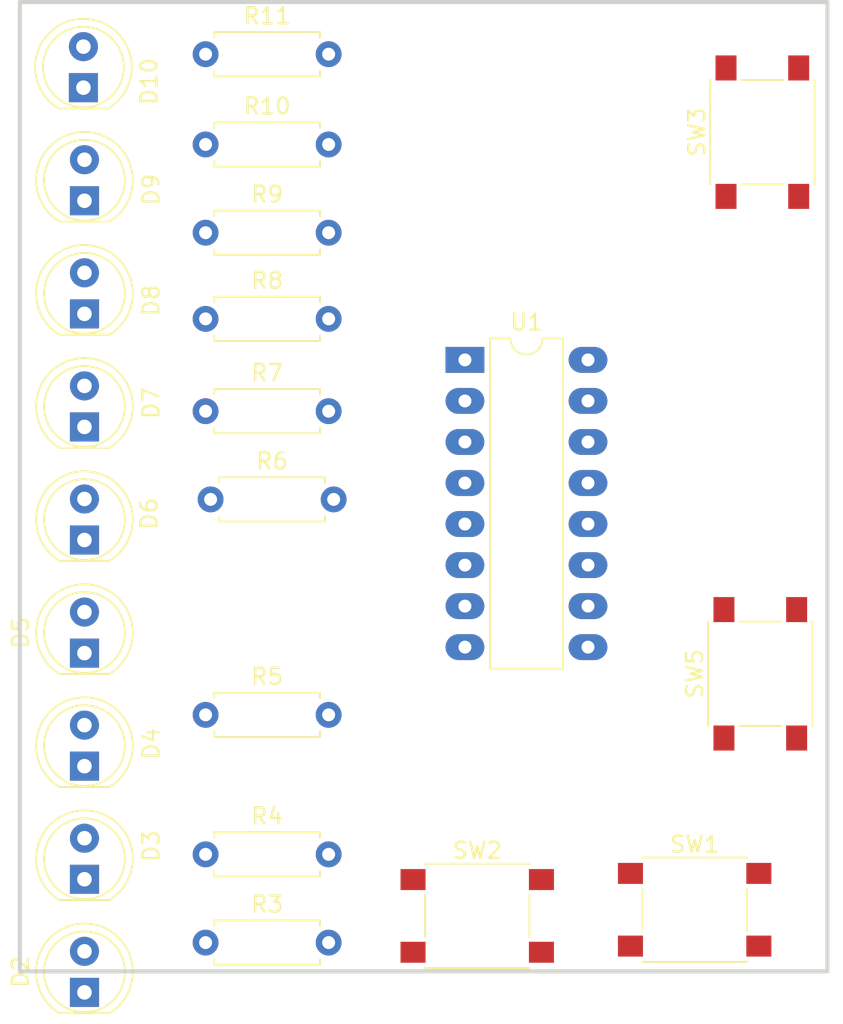
<source format=kicad_pcb>
(kicad_pcb (version 20171130) (host pcbnew 5.1.1-8be2ce7~80~ubuntu18.04.1)

  (general
    (thickness 1.6)
    (drawings 4)
    (tracks 0)
    (zones 0)
    (modules 23)
    (nets 27)
  )

  (page A4)
  (layers
    (0 F.Cu signal)
    (31 B.Cu signal)
    (32 B.Adhes user)
    (33 F.Adhes user)
    (34 B.Paste user)
    (35 F.Paste user)
    (36 B.SilkS user)
    (37 F.SilkS user)
    (38 B.Mask user)
    (39 F.Mask user)
    (40 Dwgs.User user)
    (41 Cmts.User user)
    (42 Eco1.User user)
    (43 Eco2.User user)
    (44 Edge.Cuts user)
    (45 Margin user)
    (46 B.CrtYd user)
    (47 F.CrtYd user)
    (48 B.Fab user)
    (49 F.Fab user)
  )

  (setup
    (last_trace_width 0.25)
    (trace_clearance 0.2)
    (zone_clearance 0.508)
    (zone_45_only no)
    (trace_min 0.2)
    (via_size 0.8)
    (via_drill 0.4)
    (via_min_size 0.4)
    (via_min_drill 0.3)
    (uvia_size 0.3)
    (uvia_drill 0.1)
    (uvias_allowed no)
    (uvia_min_size 0.2)
    (uvia_min_drill 0.1)
    (edge_width 0.05)
    (segment_width 0.2)
    (pcb_text_width 0.3)
    (pcb_text_size 1.5 1.5)
    (mod_edge_width 0.12)
    (mod_text_size 1 1)
    (mod_text_width 0.15)
    (pad_size 1.8 1.8)
    (pad_drill 0.9)
    (pad_to_mask_clearance 0.051)
    (solder_mask_min_width 0.25)
    (aux_axis_origin 0 0)
    (visible_elements FFFFFF7F)
    (pcbplotparams
      (layerselection 0x010fc_ffffffff)
      (usegerberextensions false)
      (usegerberattributes false)
      (usegerberadvancedattributes false)
      (creategerberjobfile false)
      (excludeedgelayer true)
      (linewidth 0.100000)
      (plotframeref false)
      (viasonmask false)
      (mode 1)
      (useauxorigin false)
      (hpglpennumber 1)
      (hpglpenspeed 20)
      (hpglpendiameter 15.000000)
      (psnegative false)
      (psa4output false)
      (plotreference true)
      (plotvalue true)
      (plotinvisibletext false)
      (padsonsilk false)
      (subtractmaskfromsilk false)
      (outputformat 1)
      (mirror false)
      (drillshape 1)
      (scaleselection 1)
      (outputdirectory ""))
  )

  (net 0 "")
  (net 1 GND)
  (net 2 "Net-(D2-Pad2)")
  (net 3 "Net-(D3-Pad2)")
  (net 4 "Net-(D4-Pad2)")
  (net 5 "Net-(D5-Pad2)")
  (net 6 "Net-(D6-Pad2)")
  (net 7 "Net-(D7-Pad2)")
  (net 8 "Net-(D8-Pad2)")
  (net 9 "Net-(D9-Pad2)")
  (net 10 "Net-(D10-Pad2)")
  (net 11 "Net-(R3-Pad2)")
  (net 12 "Net-(R4-Pad2)")
  (net 13 "Net-(R5-Pad2)")
  (net 14 "Net-(R6-Pad2)")
  (net 15 "Net-(R7-Pad2)")
  (net 16 "Net-(R8-Pad2)")
  (net 17 "Net-(R9-Pad2)")
  (net 18 "Net-(R10-Pad2)")
  (net 19 "Net-(R11-Pad2)")
  (net 20 "Net-(SW2-Pad2)")
  (net 21 VCC)
  (net 22 "Net-(SW3-Pad2)")
  (net 23 "Net-(SW5-Pad2)")
  (net 24 "Net-(U1-Pad11)")
  (net 25 "Net-(U1-Pad12)")
  (net 26 "Net-(U1-Pad10)")

  (net_class Default "This is the default net class."
    (clearance 0.2)
    (trace_width 0.25)
    (via_dia 0.8)
    (via_drill 0.4)
    (uvia_dia 0.3)
    (uvia_drill 0.1)
    (add_net GND)
    (add_net "Net-(D10-Pad2)")
    (add_net "Net-(D2-Pad2)")
    (add_net "Net-(D3-Pad2)")
    (add_net "Net-(D4-Pad2)")
    (add_net "Net-(D5-Pad2)")
    (add_net "Net-(D6-Pad2)")
    (add_net "Net-(D7-Pad2)")
    (add_net "Net-(D8-Pad2)")
    (add_net "Net-(D9-Pad2)")
    (add_net "Net-(R10-Pad2)")
    (add_net "Net-(R11-Pad2)")
    (add_net "Net-(R3-Pad2)")
    (add_net "Net-(R4-Pad2)")
    (add_net "Net-(R5-Pad2)")
    (add_net "Net-(R6-Pad2)")
    (add_net "Net-(R7-Pad2)")
    (add_net "Net-(R8-Pad2)")
    (add_net "Net-(R9-Pad2)")
    (add_net "Net-(SW2-Pad2)")
    (add_net "Net-(SW3-Pad2)")
    (add_net "Net-(SW5-Pad2)")
    (add_net "Net-(U1-Pad10)")
    (add_net "Net-(U1-Pad11)")
    (add_net "Net-(U1-Pad12)")
    (add_net VCC)
  )

  (module LED_THT:LED_D5.0mm_Clear (layer F.Cu) (tedit 5A6C9BC0) (tstamp 5CB896C2)
    (at 131 104.3 90)
    (descr "LED, diameter 5.0mm, 2 pins, http://cdn-reichelt.de/documents/datenblatt/A500/LL-504BC2E-009.pdf")
    (tags "LED diameter 5.0mm 2 pins")
    (path /5CB75649)
    (fp_text reference D2 (at 1.27 -3.96 90) (layer F.SilkS)
      (effects (font (size 1 1) (thickness 0.15)))
    )
    (fp_text value LED (at 1.27 3.96 90) (layer F.Fab)
      (effects (font (size 1 1) (thickness 0.15)))
    )
    (fp_arc (start 1.27 0) (end -1.29 1.54483) (angle -148.9) (layer F.SilkS) (width 0.12))
    (fp_arc (start 1.27 0) (end -1.29 -1.54483) (angle 148.9) (layer F.SilkS) (width 0.12))
    (fp_arc (start 1.27 0) (end -1.23 -1.469694) (angle 299.1) (layer F.Fab) (width 0.1))
    (fp_circle (center 1.27 0) (end 3.77 0) (layer F.SilkS) (width 0.12))
    (fp_circle (center 1.27 0) (end 3.77 0) (layer F.Fab) (width 0.1))
    (fp_line (start 4.5 -3.25) (end -1.95 -3.25) (layer F.CrtYd) (width 0.05))
    (fp_line (start 4.5 3.25) (end 4.5 -3.25) (layer F.CrtYd) (width 0.05))
    (fp_line (start -1.95 3.25) (end 4.5 3.25) (layer F.CrtYd) (width 0.05))
    (fp_line (start -1.95 -3.25) (end -1.95 3.25) (layer F.CrtYd) (width 0.05))
    (fp_line (start -1.29 -1.545) (end -1.29 1.545) (layer F.SilkS) (width 0.12))
    (fp_line (start -1.23 -1.469694) (end -1.23 1.469694) (layer F.Fab) (width 0.1))
    (fp_text user %R (at 33.256 -3.112 90) (layer F.Fab)
      (effects (font (size 0.8 0.8) (thickness 0.2)))
    )
    (pad 2 thru_hole circle (at 2.54 0 90) (size 1.8 1.8) (drill 0.9) (layers *.Cu *.Mask)
      (net 2 "Net-(D2-Pad2)"))
    (pad 1 thru_hole rect (at 0 0 90) (size 1.8 1.8) (drill 0.9) (layers *.Cu *.Mask)
      (net 1 GND))
    (model ${KISYS3DMOD}/LED_THT.3dshapes/LED_D5.0mm_Clear.wrl
      (at (xyz 0 0 0))
      (scale (xyz 1 1 1))
      (rotate (xyz 0 0 0))
    )
  )

  (module LED_THT:LED_D5.0mm_Clear (layer F.Cu) (tedit 5A6C9BC0) (tstamp 5CB8ABEE)
    (at 131 97.3 90)
    (descr "LED, diameter 5.0mm, 2 pins, http://cdn-reichelt.de/documents/datenblatt/A500/LL-504BC2E-009.pdf")
    (tags "LED diameter 5.0mm 2 pins")
    (path /5CB75C6D)
    (fp_text reference D3 (at 2.05 4.128 90) (layer F.SilkS)
      (effects (font (size 1 1) (thickness 0.15)))
    )
    (fp_text value LED (at 3.447 -4.381 90) (layer F.Fab)
      (effects (font (size 1 1) (thickness 0.15)))
    )
    (fp_text user %R (at 1.25 0 90) (layer F.Fab)
      (effects (font (size 0.8 0.8) (thickness 0.2)))
    )
    (fp_line (start -1.23 -1.469694) (end -1.23 1.469694) (layer F.Fab) (width 0.1))
    (fp_line (start -1.29 -1.545) (end -1.29 1.545) (layer F.SilkS) (width 0.12))
    (fp_line (start -1.95 -3.25) (end -1.95 3.25) (layer F.CrtYd) (width 0.05))
    (fp_line (start -1.95 3.25) (end 4.5 3.25) (layer F.CrtYd) (width 0.05))
    (fp_line (start 4.5 3.25) (end 4.5 -3.25) (layer F.CrtYd) (width 0.05))
    (fp_line (start 4.5 -3.25) (end -1.95 -3.25) (layer F.CrtYd) (width 0.05))
    (fp_circle (center 1.27 0) (end 3.77 0) (layer F.Fab) (width 0.1))
    (fp_circle (center 1.27 0) (end 3.77 0) (layer F.SilkS) (width 0.12))
    (fp_arc (start 1.27 0) (end -1.23 -1.469694) (angle 299.1) (layer F.Fab) (width 0.1))
    (fp_arc (start 1.27 0) (end -1.29 -1.54483) (angle 148.9) (layer F.SilkS) (width 0.12))
    (fp_arc (start 1.27 0) (end -1.29 1.54483) (angle -148.9) (layer F.SilkS) (width 0.12))
    (pad 1 thru_hole rect (at 0 0 90) (size 1.8 1.8) (drill 0.9) (layers *.Cu *.Mask)
      (net 1 GND))
    (pad 2 thru_hole circle (at 2.54 0 90) (size 1.8 1.8) (drill 0.9) (layers *.Cu *.Mask)
      (net 3 "Net-(D3-Pad2)"))
    (model ${KISYS3DMOD}/LED_THT.3dshapes/LED_D5.0mm_Clear.wrl
      (at (xyz 0 0 0))
      (scale (xyz 1 1 1))
      (rotate (xyz 0 0 0))
    )
  )

  (module LED_THT:LED_D5.0mm_Clear (layer F.Cu) (tedit 5A6C9BC0) (tstamp 5CB896E6)
    (at 131 90.3 90)
    (descr "LED, diameter 5.0mm, 2 pins, http://cdn-reichelt.de/documents/datenblatt/A500/LL-504BC2E-009.pdf")
    (tags "LED diameter 5.0mm 2 pins")
    (path /5CB75FF8)
    (fp_text reference D4 (at 1.4 4.128 90) (layer F.SilkS)
      (effects (font (size 1 1) (thickness 0.15)))
    )
    (fp_text value LED (at 1.908 -4.254 90) (layer F.Fab)
      (effects (font (size 1 1) (thickness 0.15)))
    )
    (fp_arc (start 1.27 0) (end -1.29 1.54483) (angle -148.9) (layer F.SilkS) (width 0.12))
    (fp_arc (start 1.27 0) (end -1.29 -1.54483) (angle 148.9) (layer F.SilkS) (width 0.12))
    (fp_arc (start 1.27 0) (end -1.23 -1.469694) (angle 299.1) (layer F.Fab) (width 0.1))
    (fp_circle (center 1.27 0) (end 3.77 0) (layer F.SilkS) (width 0.12))
    (fp_circle (center 1.27 0) (end 3.77 0) (layer F.Fab) (width 0.1))
    (fp_line (start 4.5 -3.25) (end -1.95 -3.25) (layer F.CrtYd) (width 0.05))
    (fp_line (start 4.5 3.25) (end 4.5 -3.25) (layer F.CrtYd) (width 0.05))
    (fp_line (start -1.95 3.25) (end 4.5 3.25) (layer F.CrtYd) (width 0.05))
    (fp_line (start -1.95 -3.25) (end -1.95 3.25) (layer F.CrtYd) (width 0.05))
    (fp_line (start -1.29 -1.545) (end -1.29 1.545) (layer F.SilkS) (width 0.12))
    (fp_line (start -1.23 -1.469694) (end -1.23 1.469694) (layer F.Fab) (width 0.1))
    (fp_text user %R (at 1.25 0 90) (layer F.Fab)
      (effects (font (size 0.8 0.8) (thickness 0.2)))
    )
    (pad 2 thru_hole circle (at 2.54 0 90) (size 1.8 1.8) (drill 0.9) (layers *.Cu *.Mask)
      (net 4 "Net-(D4-Pad2)"))
    (pad 1 thru_hole rect (at 0 0 90) (size 1.8 1.8) (drill 0.9) (layers *.Cu *.Mask)
      (net 1 GND))
    (model ${KISYS3DMOD}/LED_THT.3dshapes/LED_D5.0mm_Clear.wrl
      (at (xyz 0 0 0))
      (scale (xyz 1 1 1))
      (rotate (xyz 0 0 0))
    )
  )

  (module LED_THT:LED_D5.0mm_Clear (layer F.Cu) (tedit 5A6C9BC0) (tstamp 5CB896F8)
    (at 131 83.3 90)
    (descr "LED, diameter 5.0mm, 2 pins, http://cdn-reichelt.de/documents/datenblatt/A500/LL-504BC2E-009.pdf")
    (tags "LED diameter 5.0mm 2 pins")
    (path /5CB762B4)
    (fp_text reference D5 (at 1.27 -3.96 90) (layer F.SilkS)
      (effects (font (size 1 1) (thickness 0.15)))
    )
    (fp_text value LED (at 1.27 3.96 90) (layer F.Fab)
      (effects (font (size 1 1) (thickness 0.15)))
    )
    (fp_text user %R (at 1.25 0 90) (layer F.Fab)
      (effects (font (size 0.8 0.8) (thickness 0.2)))
    )
    (fp_line (start -1.23 -1.469694) (end -1.23 1.469694) (layer F.Fab) (width 0.1))
    (fp_line (start -1.29 -1.545) (end -1.29 1.545) (layer F.SilkS) (width 0.12))
    (fp_line (start -1.95 -3.25) (end -1.95 3.25) (layer F.CrtYd) (width 0.05))
    (fp_line (start -1.95 3.25) (end 4.5 3.25) (layer F.CrtYd) (width 0.05))
    (fp_line (start 4.5 3.25) (end 4.5 -3.25) (layer F.CrtYd) (width 0.05))
    (fp_line (start 4.5 -3.25) (end -1.95 -3.25) (layer F.CrtYd) (width 0.05))
    (fp_circle (center 1.27 0) (end 3.77 0) (layer F.Fab) (width 0.1))
    (fp_circle (center 1.27 0) (end 3.77 0) (layer F.SilkS) (width 0.12))
    (fp_arc (start 1.27 0) (end -1.23 -1.469694) (angle 299.1) (layer F.Fab) (width 0.1))
    (fp_arc (start 1.27 0) (end -1.29 -1.54483) (angle 148.9) (layer F.SilkS) (width 0.12))
    (fp_arc (start 1.27 0) (end -1.29 1.54483) (angle -148.9) (layer F.SilkS) (width 0.12))
    (pad 1 thru_hole rect (at 0 0 90) (size 1.8 1.8) (drill 0.9) (layers *.Cu *.Mask)
      (net 1 GND))
    (pad 2 thru_hole circle (at 2.54 0 90) (size 1.8 1.8) (drill 0.9) (layers *.Cu *.Mask)
      (net 5 "Net-(D5-Pad2)"))
    (model ${KISYS3DMOD}/LED_THT.3dshapes/LED_D5.0mm_Clear.wrl
      (at (xyz 0 0 0))
      (scale (xyz 1 1 1))
      (rotate (xyz 0 0 0))
    )
  )

  (module LED_THT:LED_D5.0mm_Clear (layer F.Cu) (tedit 5A6C9BC0) (tstamp 5CB8970A)
    (at 131 76.3 90)
    (descr "LED, diameter 5.0mm, 2 pins, http://cdn-reichelt.de/documents/datenblatt/A500/LL-504BC2E-009.pdf")
    (tags "LED diameter 5.0mm 2 pins")
    (path /5CB76667)
    (fp_text reference D6 (at 1.624 4.001 90) (layer F.SilkS)
      (effects (font (size 1 1) (thickness 0.15)))
    )
    (fp_text value LED (at 3.402 -4.127 90) (layer F.Fab)
      (effects (font (size 1 1) (thickness 0.15)))
    )
    (fp_arc (start 1.27 0) (end -1.29 1.54483) (angle -148.9) (layer F.SilkS) (width 0.12))
    (fp_arc (start 1.27 0) (end -1.29 -1.54483) (angle 148.9) (layer F.SilkS) (width 0.12))
    (fp_arc (start 1.27 0) (end -1.23 -1.469694) (angle 299.1) (layer F.Fab) (width 0.1))
    (fp_circle (center 1.27 0) (end 3.77 0) (layer F.SilkS) (width 0.12))
    (fp_circle (center 1.27 0) (end 3.77 0) (layer F.Fab) (width 0.1))
    (fp_line (start 4.5 -3.25) (end -1.95 -3.25) (layer F.CrtYd) (width 0.05))
    (fp_line (start 4.5 3.25) (end 4.5 -3.25) (layer F.CrtYd) (width 0.05))
    (fp_line (start -1.95 3.25) (end 4.5 3.25) (layer F.CrtYd) (width 0.05))
    (fp_line (start -1.95 -3.25) (end -1.95 3.25) (layer F.CrtYd) (width 0.05))
    (fp_line (start -1.29 -1.545) (end -1.29 1.545) (layer F.SilkS) (width 0.12))
    (fp_line (start -1.23 -1.469694) (end -1.23 1.469694) (layer F.Fab) (width 0.1))
    (fp_text user %R (at 1.25 0 90) (layer F.Fab)
      (effects (font (size 0.8 0.8) (thickness 0.2)))
    )
    (pad 2 thru_hole circle (at 2.54 0 90) (size 1.8 1.8) (drill 0.9) (layers *.Cu *.Mask)
      (net 6 "Net-(D6-Pad2)"))
    (pad 1 thru_hole rect (at 0 0 90) (size 1.8 1.8) (drill 0.9) (layers *.Cu *.Mask)
      (net 1 GND))
    (model ${KISYS3DMOD}/LED_THT.3dshapes/LED_D5.0mm_Clear.wrl
      (at (xyz 0 0 0))
      (scale (xyz 1 1 1))
      (rotate (xyz 0 0 0))
    )
  )

  (module LED_THT:LED_D5.0mm_Clear (layer F.Cu) (tedit 5A6C9BC0) (tstamp 5CB8971C)
    (at 131 69.3 90)
    (descr "LED, diameter 5.0mm, 2 pins, http://cdn-reichelt.de/documents/datenblatt/A500/LL-504BC2E-009.pdf")
    (tags "LED diameter 5.0mm 2 pins")
    (path /5CB769D2)
    (fp_text reference D7 (at 1.482 4.128 90) (layer F.SilkS)
      (effects (font (size 1 1) (thickness 0.15)))
    )
    (fp_text value LED (at 3.26 -4 90) (layer F.Fab)
      (effects (font (size 1 1) (thickness 0.15)))
    )
    (fp_text user %R (at 1.25 0 90) (layer F.Fab)
      (effects (font (size 0.8 0.8) (thickness 0.2)))
    )
    (fp_line (start -1.23 -1.469694) (end -1.23 1.469694) (layer F.Fab) (width 0.1))
    (fp_line (start -1.29 -1.545) (end -1.29 1.545) (layer F.SilkS) (width 0.12))
    (fp_line (start -1.95 -3.25) (end -1.95 3.25) (layer F.CrtYd) (width 0.05))
    (fp_line (start -1.95 3.25) (end 4.5 3.25) (layer F.CrtYd) (width 0.05))
    (fp_line (start 4.5 3.25) (end 4.5 -3.25) (layer F.CrtYd) (width 0.05))
    (fp_line (start 4.5 -3.25) (end -1.95 -3.25) (layer F.CrtYd) (width 0.05))
    (fp_circle (center 1.27 0) (end 3.77 0) (layer F.Fab) (width 0.1))
    (fp_circle (center 1.27 0) (end 3.77 0) (layer F.SilkS) (width 0.12))
    (fp_arc (start 1.27 0) (end -1.23 -1.469694) (angle 299.1) (layer F.Fab) (width 0.1))
    (fp_arc (start 1.27 0) (end -1.29 -1.54483) (angle 148.9) (layer F.SilkS) (width 0.12))
    (fp_arc (start 1.27 0) (end -1.29 1.54483) (angle -148.9) (layer F.SilkS) (width 0.12))
    (pad 1 thru_hole rect (at 0 0 90) (size 1.8 1.8) (drill 0.9) (layers *.Cu *.Mask)
      (net 1 GND))
    (pad 2 thru_hole circle (at 2.54 0 90) (size 1.8 1.8) (drill 0.9) (layers *.Cu *.Mask)
      (net 7 "Net-(D7-Pad2)"))
    (model ${KISYS3DMOD}/LED_THT.3dshapes/LED_D5.0mm_Clear.wrl
      (at (xyz 0 0 0))
      (scale (xyz 1 1 1))
      (rotate (xyz 0 0 0))
    )
  )

  (module LED_THT:LED_D5.0mm_Clear (layer F.Cu) (tedit 5A6C9BC0) (tstamp 5CB8972E)
    (at 131 62.3 90)
    (descr "LED, diameter 5.0mm, 2 pins, http://cdn-reichelt.de/documents/datenblatt/A500/LL-504BC2E-009.pdf")
    (tags "LED diameter 5.0mm 2 pins")
    (path /5CB76CDD)
    (fp_text reference D8 (at 0.832 4.128 90) (layer F.SilkS)
      (effects (font (size 1 1) (thickness 0.15)))
    )
    (fp_text value LED (at 1.848 -4 90) (layer F.Fab)
      (effects (font (size 1 1) (thickness 0.15)))
    )
    (fp_text user %R (at 1.25 0 90) (layer F.Fab)
      (effects (font (size 0.8 0.8) (thickness 0.2)))
    )
    (fp_line (start -1.23 -1.469694) (end -1.23 1.469694) (layer F.Fab) (width 0.1))
    (fp_line (start -1.29 -1.545) (end -1.29 1.545) (layer F.SilkS) (width 0.12))
    (fp_line (start -1.95 -3.25) (end -1.95 3.25) (layer F.CrtYd) (width 0.05))
    (fp_line (start -1.95 3.25) (end 4.5 3.25) (layer F.CrtYd) (width 0.05))
    (fp_line (start 4.5 3.25) (end 4.5 -3.25) (layer F.CrtYd) (width 0.05))
    (fp_line (start 4.5 -3.25) (end -1.95 -3.25) (layer F.CrtYd) (width 0.05))
    (fp_circle (center 1.27 0) (end 3.77 0) (layer F.Fab) (width 0.1))
    (fp_circle (center 1.27 0) (end 3.77 0) (layer F.SilkS) (width 0.12))
    (fp_arc (start 1.27 0) (end -1.23 -1.469694) (angle 299.1) (layer F.Fab) (width 0.1))
    (fp_arc (start 1.27 0) (end -1.29 -1.54483) (angle 148.9) (layer F.SilkS) (width 0.12))
    (fp_arc (start 1.27 0) (end -1.29 1.54483) (angle -148.9) (layer F.SilkS) (width 0.12))
    (pad 1 thru_hole rect (at 0 0 90) (size 1.8 1.8) (drill 0.9) (layers *.Cu *.Mask)
      (net 1 GND))
    (pad 2 thru_hole circle (at 2.54 0 90) (size 1.8 1.8) (drill 0.9) (layers *.Cu *.Mask)
      (net 8 "Net-(D8-Pad2)"))
    (model ${KISYS3DMOD}/LED_THT.3dshapes/LED_D5.0mm_Clear.wrl
      (at (xyz 0 0 0))
      (scale (xyz 1 1 1))
      (rotate (xyz 0 0 0))
    )
  )

  (module LED_THT:LED_D5.0mm_Clear (layer F.Cu) (tedit 5A6C9BC0) (tstamp 5CB89740)
    (at 131 55.3 90)
    (descr "LED, diameter 5.0mm, 2 pins, http://cdn-reichelt.de/documents/datenblatt/A500/LL-504BC2E-009.pdf")
    (tags "LED diameter 5.0mm 2 pins")
    (path /5CB770AF)
    (fp_text reference D9 (at 0.69 4.128 90) (layer F.SilkS)
      (effects (font (size 1 1) (thickness 0.15)))
    )
    (fp_text value LED (at 1.833 -4 90) (layer F.Fab)
      (effects (font (size 1 1) (thickness 0.15)))
    )
    (fp_arc (start 1.27 0) (end -1.29 1.54483) (angle -148.9) (layer F.SilkS) (width 0.12))
    (fp_arc (start 1.27 0) (end -1.29 -1.54483) (angle 148.9) (layer F.SilkS) (width 0.12))
    (fp_arc (start 1.27 0) (end -1.23 -1.469694) (angle 299.1) (layer F.Fab) (width 0.1))
    (fp_circle (center 1.27 0) (end 3.77 0) (layer F.SilkS) (width 0.12))
    (fp_circle (center 1.27 0) (end 3.77 0) (layer F.Fab) (width 0.1))
    (fp_line (start 4.5 -3.25) (end -1.95 -3.25) (layer F.CrtYd) (width 0.05))
    (fp_line (start 4.5 3.25) (end 4.5 -3.25) (layer F.CrtYd) (width 0.05))
    (fp_line (start -1.95 3.25) (end 4.5 3.25) (layer F.CrtYd) (width 0.05))
    (fp_line (start -1.95 -3.25) (end -1.95 3.25) (layer F.CrtYd) (width 0.05))
    (fp_line (start -1.29 -1.545) (end -1.29 1.545) (layer F.SilkS) (width 0.12))
    (fp_line (start -1.23 -1.469694) (end -1.23 1.469694) (layer F.Fab) (width 0.1))
    (fp_text user %R (at 1.25 0 90) (layer F.Fab)
      (effects (font (size 0.8 0.8) (thickness 0.2)))
    )
    (pad 2 thru_hole circle (at 2.54 0 90) (size 1.8 1.8) (drill 0.9) (layers *.Cu *.Mask)
      (net 9 "Net-(D9-Pad2)"))
    (pad 1 thru_hole rect (at 0 0 90) (size 1.8 1.8) (drill 0.9) (layers *.Cu *.Mask)
      (net 1 GND))
    (model ${KISYS3DMOD}/LED_THT.3dshapes/LED_D5.0mm_Clear.wrl
      (at (xyz 0 0 0))
      (scale (xyz 1 1 1))
      (rotate (xyz 0 0 0))
    )
  )

  (module LED_THT:LED_D5.0mm_Clear (layer F.Cu) (tedit 5CB85A3B) (tstamp 5CB89752)
    (at 130.937 48.3 90)
    (descr "LED, diameter 5.0mm, 2 pins, http://cdn-reichelt.de/documents/datenblatt/A500/LL-504BC2E-009.pdf")
    (tags "LED diameter 5.0mm 2 pins")
    (path /5CB8C1B7)
    (fp_text reference D10 (at 0.381 4.064 90) (layer F.SilkS)
      (effects (font (size 1 1) (thickness 0.15)))
    )
    (fp_text value LED (at 3.302 4.064 270) (layer F.Fab)
      (effects (font (size 1 1) (thickness 0.15)))
    )
    (fp_text user %R (at 1.25 0 90) (layer F.Fab)
      (effects (font (size 0.8 0.8) (thickness 0.2)))
    )
    (fp_line (start -1.23 -1.469694) (end -1.23 1.469694) (layer F.Fab) (width 0.1))
    (fp_line (start -1.29 -1.545) (end -1.29 1.545) (layer F.SilkS) (width 0.12))
    (fp_line (start -1.95 -3.25) (end -1.95 3.25) (layer F.CrtYd) (width 0.05))
    (fp_line (start -1.95 3.25) (end 4.5 3.25) (layer F.CrtYd) (width 0.05))
    (fp_line (start 4.5 3.25) (end 4.5 -3.25) (layer F.CrtYd) (width 0.05))
    (fp_line (start 4.5 -3.25) (end -1.95 -3.25) (layer F.CrtYd) (width 0.05))
    (fp_circle (center 1.27 0) (end 3.77 0) (layer F.Fab) (width 0.1))
    (fp_circle (center 1.27 0) (end 3.77 0) (layer F.SilkS) (width 0.12))
    (fp_arc (start 1.27 0) (end -1.23 -1.469694) (angle 299.1) (layer F.Fab) (width 0.1))
    (fp_arc (start 1.27 0) (end -1.29 -1.54483) (angle 148.9) (layer F.SilkS) (width 0.12))
    (fp_arc (start 1.27 0) (end -1.29 1.54483) (angle -148.9) (layer F.SilkS) (width 0.12))
    (pad 1 thru_hole rect (at 0 0 90) (size 1.8 1.8) (drill 0.9) (layers *.Cu *.Mask)
      (net 1 GND))
    (pad 2 thru_hole circle (at 2.54 0 90) (size 1.8 1.8) (drill 0.9) (layers *.Cu *.Mask)
      (net 10 "Net-(D10-Pad2)"))
    (model ${KISYS3DMOD}/LED_THT.3dshapes/LED_D5.0mm_Clear.wrl
      (at (xyz 0 0 0))
      (scale (xyz 1 1 1))
      (rotate (xyz 0 0 0))
    )
  )

  (module Resistor_THT:R_Axial_DIN0207_L6.3mm_D2.5mm_P7.62mm_Horizontal (layer F.Cu) (tedit 5AE5139B) (tstamp 5CB89797)
    (at 138.5 101.219)
    (descr "Resistor, Axial_DIN0207 series, Axial, Horizontal, pin pitch=7.62mm, 0.25W = 1/4W, length*diameter=6.3*2.5mm^2, http://cdn-reichelt.de/documents/datenblatt/B400/1_4W%23YAG.pdf")
    (tags "Resistor Axial_DIN0207 series Axial Horizontal pin pitch 7.62mm 0.25W = 1/4W length 6.3mm diameter 2.5mm")
    (path /5CB73AC9)
    (fp_text reference R3 (at 3.81 -2.37) (layer F.SilkS)
      (effects (font (size 1 1) (thickness 0.15)))
    )
    (fp_text value R (at 3.81 2.37) (layer F.Fab)
      (effects (font (size 1 1) (thickness 0.15)))
    )
    (fp_line (start 0.66 -1.25) (end 0.66 1.25) (layer F.Fab) (width 0.1))
    (fp_line (start 0.66 1.25) (end 6.96 1.25) (layer F.Fab) (width 0.1))
    (fp_line (start 6.96 1.25) (end 6.96 -1.25) (layer F.Fab) (width 0.1))
    (fp_line (start 6.96 -1.25) (end 0.66 -1.25) (layer F.Fab) (width 0.1))
    (fp_line (start 0 0) (end 0.66 0) (layer F.Fab) (width 0.1))
    (fp_line (start 7.62 0) (end 6.96 0) (layer F.Fab) (width 0.1))
    (fp_line (start 0.54 -1.04) (end 0.54 -1.37) (layer F.SilkS) (width 0.12))
    (fp_line (start 0.54 -1.37) (end 7.08 -1.37) (layer F.SilkS) (width 0.12))
    (fp_line (start 7.08 -1.37) (end 7.08 -1.04) (layer F.SilkS) (width 0.12))
    (fp_line (start 0.54 1.04) (end 0.54 1.37) (layer F.SilkS) (width 0.12))
    (fp_line (start 0.54 1.37) (end 7.08 1.37) (layer F.SilkS) (width 0.12))
    (fp_line (start 7.08 1.37) (end 7.08 1.04) (layer F.SilkS) (width 0.12))
    (fp_line (start -1.05 -1.5) (end -1.05 1.5) (layer F.CrtYd) (width 0.05))
    (fp_line (start -1.05 1.5) (end 8.67 1.5) (layer F.CrtYd) (width 0.05))
    (fp_line (start 8.67 1.5) (end 8.67 -1.5) (layer F.CrtYd) (width 0.05))
    (fp_line (start 8.67 -1.5) (end -1.05 -1.5) (layer F.CrtYd) (width 0.05))
    (fp_text user %R (at 3.81 0) (layer F.Fab)
      (effects (font (size 1 1) (thickness 0.15)))
    )
    (pad 1 thru_hole circle (at 0 0) (size 1.6 1.6) (drill 0.8) (layers *.Cu *.Mask)
      (net 2 "Net-(D2-Pad2)"))
    (pad 2 thru_hole oval (at 7.62 0) (size 1.6 1.6) (drill 0.8) (layers *.Cu *.Mask)
      (net 11 "Net-(R3-Pad2)"))
    (model ${KISYS3DMOD}/Resistor_THT.3dshapes/R_Axial_DIN0207_L6.3mm_D2.5mm_P7.62mm_Horizontal.wrl
      (at (xyz 0 0 0))
      (scale (xyz 1 1 1))
      (rotate (xyz 0 0 0))
    )
  )

  (module Resistor_THT:R_Axial_DIN0207_L6.3mm_D2.5mm_P7.62mm_Horizontal (layer F.Cu) (tedit 5AE5139B) (tstamp 5CB897AE)
    (at 138.5 95.758)
    (descr "Resistor, Axial_DIN0207 series, Axial, Horizontal, pin pitch=7.62mm, 0.25W = 1/4W, length*diameter=6.3*2.5mm^2, http://cdn-reichelt.de/documents/datenblatt/B400/1_4W%23YAG.pdf")
    (tags "Resistor Axial_DIN0207 series Axial Horizontal pin pitch 7.62mm 0.25W = 1/4W length 6.3mm diameter 2.5mm")
    (path /5CB74128)
    (fp_text reference R4 (at 3.81 -2.37) (layer F.SilkS)
      (effects (font (size 1 1) (thickness 0.15)))
    )
    (fp_text value R (at 3.81 2.37) (layer F.Fab)
      (effects (font (size 1 1) (thickness 0.15)))
    )
    (fp_text user %R (at 3.81 0) (layer F.Fab)
      (effects (font (size 1 1) (thickness 0.15)))
    )
    (fp_line (start 8.67 -1.5) (end -1.05 -1.5) (layer F.CrtYd) (width 0.05))
    (fp_line (start 8.67 1.5) (end 8.67 -1.5) (layer F.CrtYd) (width 0.05))
    (fp_line (start -1.05 1.5) (end 8.67 1.5) (layer F.CrtYd) (width 0.05))
    (fp_line (start -1.05 -1.5) (end -1.05 1.5) (layer F.CrtYd) (width 0.05))
    (fp_line (start 7.08 1.37) (end 7.08 1.04) (layer F.SilkS) (width 0.12))
    (fp_line (start 0.54 1.37) (end 7.08 1.37) (layer F.SilkS) (width 0.12))
    (fp_line (start 0.54 1.04) (end 0.54 1.37) (layer F.SilkS) (width 0.12))
    (fp_line (start 7.08 -1.37) (end 7.08 -1.04) (layer F.SilkS) (width 0.12))
    (fp_line (start 0.54 -1.37) (end 7.08 -1.37) (layer F.SilkS) (width 0.12))
    (fp_line (start 0.54 -1.04) (end 0.54 -1.37) (layer F.SilkS) (width 0.12))
    (fp_line (start 7.62 0) (end 6.96 0) (layer F.Fab) (width 0.1))
    (fp_line (start 0 0) (end 0.66 0) (layer F.Fab) (width 0.1))
    (fp_line (start 6.96 -1.25) (end 0.66 -1.25) (layer F.Fab) (width 0.1))
    (fp_line (start 6.96 1.25) (end 6.96 -1.25) (layer F.Fab) (width 0.1))
    (fp_line (start 0.66 1.25) (end 6.96 1.25) (layer F.Fab) (width 0.1))
    (fp_line (start 0.66 -1.25) (end 0.66 1.25) (layer F.Fab) (width 0.1))
    (pad 2 thru_hole oval (at 7.62 0) (size 1.6 1.6) (drill 0.8) (layers *.Cu *.Mask)
      (net 12 "Net-(R4-Pad2)"))
    (pad 1 thru_hole circle (at 0 0) (size 1.6 1.6) (drill 0.8) (layers *.Cu *.Mask)
      (net 3 "Net-(D3-Pad2)"))
    (model ${KISYS3DMOD}/Resistor_THT.3dshapes/R_Axial_DIN0207_L6.3mm_D2.5mm_P7.62mm_Horizontal.wrl
      (at (xyz 0 0 0))
      (scale (xyz 1 1 1))
      (rotate (xyz 0 0 0))
    )
  )

  (module Resistor_THT:R_Axial_DIN0207_L6.3mm_D2.5mm_P7.62mm_Horizontal (layer F.Cu) (tedit 5AE5139B) (tstamp 5CB897C5)
    (at 138.5 87.122)
    (descr "Resistor, Axial_DIN0207 series, Axial, Horizontal, pin pitch=7.62mm, 0.25W = 1/4W, length*diameter=6.3*2.5mm^2, http://cdn-reichelt.de/documents/datenblatt/B400/1_4W%23YAG.pdf")
    (tags "Resistor Axial_DIN0207 series Axial Horizontal pin pitch 7.62mm 0.25W = 1/4W length 6.3mm diameter 2.5mm")
    (path /5CB742CF)
    (fp_text reference R5 (at 3.81 -2.37) (layer F.SilkS)
      (effects (font (size 1 1) (thickness 0.15)))
    )
    (fp_text value R (at 3.81 2.37) (layer F.Fab)
      (effects (font (size 1 1) (thickness 0.15)))
    )
    (fp_line (start 0.66 -1.25) (end 0.66 1.25) (layer F.Fab) (width 0.1))
    (fp_line (start 0.66 1.25) (end 6.96 1.25) (layer F.Fab) (width 0.1))
    (fp_line (start 6.96 1.25) (end 6.96 -1.25) (layer F.Fab) (width 0.1))
    (fp_line (start 6.96 -1.25) (end 0.66 -1.25) (layer F.Fab) (width 0.1))
    (fp_line (start 0 0) (end 0.66 0) (layer F.Fab) (width 0.1))
    (fp_line (start 7.62 0) (end 6.96 0) (layer F.Fab) (width 0.1))
    (fp_line (start 0.54 -1.04) (end 0.54 -1.37) (layer F.SilkS) (width 0.12))
    (fp_line (start 0.54 -1.37) (end 7.08 -1.37) (layer F.SilkS) (width 0.12))
    (fp_line (start 7.08 -1.37) (end 7.08 -1.04) (layer F.SilkS) (width 0.12))
    (fp_line (start 0.54 1.04) (end 0.54 1.37) (layer F.SilkS) (width 0.12))
    (fp_line (start 0.54 1.37) (end 7.08 1.37) (layer F.SilkS) (width 0.12))
    (fp_line (start 7.08 1.37) (end 7.08 1.04) (layer F.SilkS) (width 0.12))
    (fp_line (start -1.05 -1.5) (end -1.05 1.5) (layer F.CrtYd) (width 0.05))
    (fp_line (start -1.05 1.5) (end 8.67 1.5) (layer F.CrtYd) (width 0.05))
    (fp_line (start 8.67 1.5) (end 8.67 -1.5) (layer F.CrtYd) (width 0.05))
    (fp_line (start 8.67 -1.5) (end -1.05 -1.5) (layer F.CrtYd) (width 0.05))
    (fp_text user %R (at 3.81 0) (layer F.Fab)
      (effects (font (size 1 1) (thickness 0.15)))
    )
    (pad 1 thru_hole circle (at 0 0) (size 1.6 1.6) (drill 0.8) (layers *.Cu *.Mask)
      (net 4 "Net-(D4-Pad2)"))
    (pad 2 thru_hole oval (at 7.62 0) (size 1.6 1.6) (drill 0.8) (layers *.Cu *.Mask)
      (net 13 "Net-(R5-Pad2)"))
    (model ${KISYS3DMOD}/Resistor_THT.3dshapes/R_Axial_DIN0207_L6.3mm_D2.5mm_P7.62mm_Horizontal.wrl
      (at (xyz 0 0 0))
      (scale (xyz 1 1 1))
      (rotate (xyz 0 0 0))
    )
  )

  (module Resistor_THT:R_Axial_DIN0207_L6.3mm_D2.5mm_P7.62mm_Horizontal (layer F.Cu) (tedit 5AE5139B) (tstamp 5CB897DC)
    (at 138.811 73.787)
    (descr "Resistor, Axial_DIN0207 series, Axial, Horizontal, pin pitch=7.62mm, 0.25W = 1/4W, length*diameter=6.3*2.5mm^2, http://cdn-reichelt.de/documents/datenblatt/B400/1_4W%23YAG.pdf")
    (tags "Resistor Axial_DIN0207 series Axial Horizontal pin pitch 7.62mm 0.25W = 1/4W length 6.3mm diameter 2.5mm")
    (path /5CB74657)
    (fp_text reference R6 (at 3.81 -2.37) (layer F.SilkS)
      (effects (font (size 1 1) (thickness 0.15)))
    )
    (fp_text value R (at 3.81 2.37) (layer F.Fab)
      (effects (font (size 1 1) (thickness 0.15)))
    )
    (fp_text user %R (at 3.81 0) (layer F.Fab)
      (effects (font (size 1 1) (thickness 0.15)))
    )
    (fp_line (start 8.67 -1.5) (end -1.05 -1.5) (layer F.CrtYd) (width 0.05))
    (fp_line (start 8.67 1.5) (end 8.67 -1.5) (layer F.CrtYd) (width 0.05))
    (fp_line (start -1.05 1.5) (end 8.67 1.5) (layer F.CrtYd) (width 0.05))
    (fp_line (start -1.05 -1.5) (end -1.05 1.5) (layer F.CrtYd) (width 0.05))
    (fp_line (start 7.08 1.37) (end 7.08 1.04) (layer F.SilkS) (width 0.12))
    (fp_line (start 0.54 1.37) (end 7.08 1.37) (layer F.SilkS) (width 0.12))
    (fp_line (start 0.54 1.04) (end 0.54 1.37) (layer F.SilkS) (width 0.12))
    (fp_line (start 7.08 -1.37) (end 7.08 -1.04) (layer F.SilkS) (width 0.12))
    (fp_line (start 0.54 -1.37) (end 7.08 -1.37) (layer F.SilkS) (width 0.12))
    (fp_line (start 0.54 -1.04) (end 0.54 -1.37) (layer F.SilkS) (width 0.12))
    (fp_line (start 7.62 0) (end 6.96 0) (layer F.Fab) (width 0.1))
    (fp_line (start 0 0) (end 0.66 0) (layer F.Fab) (width 0.1))
    (fp_line (start 6.96 -1.25) (end 0.66 -1.25) (layer F.Fab) (width 0.1))
    (fp_line (start 6.96 1.25) (end 6.96 -1.25) (layer F.Fab) (width 0.1))
    (fp_line (start 0.66 1.25) (end 6.96 1.25) (layer F.Fab) (width 0.1))
    (fp_line (start 0.66 -1.25) (end 0.66 1.25) (layer F.Fab) (width 0.1))
    (pad 2 thru_hole oval (at 7.62 0) (size 1.6 1.6) (drill 0.8) (layers *.Cu *.Mask)
      (net 14 "Net-(R6-Pad2)"))
    (pad 1 thru_hole circle (at 0 0) (size 1.6 1.6) (drill 0.8) (layers *.Cu *.Mask)
      (net 5 "Net-(D5-Pad2)"))
    (model ${KISYS3DMOD}/Resistor_THT.3dshapes/R_Axial_DIN0207_L6.3mm_D2.5mm_P7.62mm_Horizontal.wrl
      (at (xyz 0 0 0))
      (scale (xyz 1 1 1))
      (rotate (xyz 0 0 0))
    )
  )

  (module Resistor_THT:R_Axial_DIN0207_L6.3mm_D2.5mm_P7.62mm_Horizontal (layer F.Cu) (tedit 5AE5139B) (tstamp 5CB897F3)
    (at 138.5 68.326)
    (descr "Resistor, Axial_DIN0207 series, Axial, Horizontal, pin pitch=7.62mm, 0.25W = 1/4W, length*diameter=6.3*2.5mm^2, http://cdn-reichelt.de/documents/datenblatt/B400/1_4W%23YAG.pdf")
    (tags "Resistor Axial_DIN0207 series Axial Horizontal pin pitch 7.62mm 0.25W = 1/4W length 6.3mm diameter 2.5mm")
    (path /5CB748D2)
    (fp_text reference R7 (at 3.81 -2.37) (layer F.SilkS)
      (effects (font (size 1 1) (thickness 0.15)))
    )
    (fp_text value R (at 3.81 2.37) (layer F.Fab)
      (effects (font (size 1 1) (thickness 0.15)))
    )
    (fp_line (start 0.66 -1.25) (end 0.66 1.25) (layer F.Fab) (width 0.1))
    (fp_line (start 0.66 1.25) (end 6.96 1.25) (layer F.Fab) (width 0.1))
    (fp_line (start 6.96 1.25) (end 6.96 -1.25) (layer F.Fab) (width 0.1))
    (fp_line (start 6.96 -1.25) (end 0.66 -1.25) (layer F.Fab) (width 0.1))
    (fp_line (start 0 0) (end 0.66 0) (layer F.Fab) (width 0.1))
    (fp_line (start 7.62 0) (end 6.96 0) (layer F.Fab) (width 0.1))
    (fp_line (start 0.54 -1.04) (end 0.54 -1.37) (layer F.SilkS) (width 0.12))
    (fp_line (start 0.54 -1.37) (end 7.08 -1.37) (layer F.SilkS) (width 0.12))
    (fp_line (start 7.08 -1.37) (end 7.08 -1.04) (layer F.SilkS) (width 0.12))
    (fp_line (start 0.54 1.04) (end 0.54 1.37) (layer F.SilkS) (width 0.12))
    (fp_line (start 0.54 1.37) (end 7.08 1.37) (layer F.SilkS) (width 0.12))
    (fp_line (start 7.08 1.37) (end 7.08 1.04) (layer F.SilkS) (width 0.12))
    (fp_line (start -1.05 -1.5) (end -1.05 1.5) (layer F.CrtYd) (width 0.05))
    (fp_line (start -1.05 1.5) (end 8.67 1.5) (layer F.CrtYd) (width 0.05))
    (fp_line (start 8.67 1.5) (end 8.67 -1.5) (layer F.CrtYd) (width 0.05))
    (fp_line (start 8.67 -1.5) (end -1.05 -1.5) (layer F.CrtYd) (width 0.05))
    (fp_text user %R (at 3.81 0) (layer F.Fab)
      (effects (font (size 1 1) (thickness 0.15)))
    )
    (pad 1 thru_hole circle (at 0 0) (size 1.6 1.6) (drill 0.8) (layers *.Cu *.Mask)
      (net 6 "Net-(D6-Pad2)"))
    (pad 2 thru_hole oval (at 7.62 0) (size 1.6 1.6) (drill 0.8) (layers *.Cu *.Mask)
      (net 15 "Net-(R7-Pad2)"))
    (model ${KISYS3DMOD}/Resistor_THT.3dshapes/R_Axial_DIN0207_L6.3mm_D2.5mm_P7.62mm_Horizontal.wrl
      (at (xyz 0 0 0))
      (scale (xyz 1 1 1))
      (rotate (xyz 0 0 0))
    )
  )

  (module Resistor_THT:R_Axial_DIN0207_L6.3mm_D2.5mm_P7.62mm_Horizontal (layer F.Cu) (tedit 5AE5139B) (tstamp 5CB8980A)
    (at 138.5 62.611)
    (descr "Resistor, Axial_DIN0207 series, Axial, Horizontal, pin pitch=7.62mm, 0.25W = 1/4W, length*diameter=6.3*2.5mm^2, http://cdn-reichelt.de/documents/datenblatt/B400/1_4W%23YAG.pdf")
    (tags "Resistor Axial_DIN0207 series Axial Horizontal pin pitch 7.62mm 0.25W = 1/4W length 6.3mm diameter 2.5mm")
    (path /5CB74AF5)
    (fp_text reference R8 (at 3.81 -2.37) (layer F.SilkS)
      (effects (font (size 1 1) (thickness 0.15)))
    )
    (fp_text value R (at 3.81 2.37) (layer F.Fab)
      (effects (font (size 1 1) (thickness 0.15)))
    )
    (fp_text user %R (at 3.81 0) (layer F.Fab)
      (effects (font (size 1 1) (thickness 0.15)))
    )
    (fp_line (start 8.67 -1.5) (end -1.05 -1.5) (layer F.CrtYd) (width 0.05))
    (fp_line (start 8.67 1.5) (end 8.67 -1.5) (layer F.CrtYd) (width 0.05))
    (fp_line (start -1.05 1.5) (end 8.67 1.5) (layer F.CrtYd) (width 0.05))
    (fp_line (start -1.05 -1.5) (end -1.05 1.5) (layer F.CrtYd) (width 0.05))
    (fp_line (start 7.08 1.37) (end 7.08 1.04) (layer F.SilkS) (width 0.12))
    (fp_line (start 0.54 1.37) (end 7.08 1.37) (layer F.SilkS) (width 0.12))
    (fp_line (start 0.54 1.04) (end 0.54 1.37) (layer F.SilkS) (width 0.12))
    (fp_line (start 7.08 -1.37) (end 7.08 -1.04) (layer F.SilkS) (width 0.12))
    (fp_line (start 0.54 -1.37) (end 7.08 -1.37) (layer F.SilkS) (width 0.12))
    (fp_line (start 0.54 -1.04) (end 0.54 -1.37) (layer F.SilkS) (width 0.12))
    (fp_line (start 7.62 0) (end 6.96 0) (layer F.Fab) (width 0.1))
    (fp_line (start 0 0) (end 0.66 0) (layer F.Fab) (width 0.1))
    (fp_line (start 6.96 -1.25) (end 0.66 -1.25) (layer F.Fab) (width 0.1))
    (fp_line (start 6.96 1.25) (end 6.96 -1.25) (layer F.Fab) (width 0.1))
    (fp_line (start 0.66 1.25) (end 6.96 1.25) (layer F.Fab) (width 0.1))
    (fp_line (start 0.66 -1.25) (end 0.66 1.25) (layer F.Fab) (width 0.1))
    (pad 2 thru_hole oval (at 7.62 0) (size 1.6 1.6) (drill 0.8) (layers *.Cu *.Mask)
      (net 16 "Net-(R8-Pad2)"))
    (pad 1 thru_hole circle (at 0 0) (size 1.6 1.6) (drill 0.8) (layers *.Cu *.Mask)
      (net 7 "Net-(D7-Pad2)"))
    (model ${KISYS3DMOD}/Resistor_THT.3dshapes/R_Axial_DIN0207_L6.3mm_D2.5mm_P7.62mm_Horizontal.wrl
      (at (xyz 0 0 0))
      (scale (xyz 1 1 1))
      (rotate (xyz 0 0 0))
    )
  )

  (module Resistor_THT:R_Axial_DIN0207_L6.3mm_D2.5mm_P7.62mm_Horizontal (layer F.Cu) (tedit 5AE5139B) (tstamp 5CB89821)
    (at 138.5 57.277)
    (descr "Resistor, Axial_DIN0207 series, Axial, Horizontal, pin pitch=7.62mm, 0.25W = 1/4W, length*diameter=6.3*2.5mm^2, http://cdn-reichelt.de/documents/datenblatt/B400/1_4W%23YAG.pdf")
    (tags "Resistor Axial_DIN0207 series Axial Horizontal pin pitch 7.62mm 0.25W = 1/4W length 6.3mm diameter 2.5mm")
    (path /5CB74DF2)
    (fp_text reference R9 (at 3.81 -2.37) (layer F.SilkS)
      (effects (font (size 1 1) (thickness 0.15)))
    )
    (fp_text value R (at 3.81 2.37) (layer F.Fab)
      (effects (font (size 1 1) (thickness 0.15)))
    )
    (fp_line (start 0.66 -1.25) (end 0.66 1.25) (layer F.Fab) (width 0.1))
    (fp_line (start 0.66 1.25) (end 6.96 1.25) (layer F.Fab) (width 0.1))
    (fp_line (start 6.96 1.25) (end 6.96 -1.25) (layer F.Fab) (width 0.1))
    (fp_line (start 6.96 -1.25) (end 0.66 -1.25) (layer F.Fab) (width 0.1))
    (fp_line (start 0 0) (end 0.66 0) (layer F.Fab) (width 0.1))
    (fp_line (start 7.62 0) (end 6.96 0) (layer F.Fab) (width 0.1))
    (fp_line (start 0.54 -1.04) (end 0.54 -1.37) (layer F.SilkS) (width 0.12))
    (fp_line (start 0.54 -1.37) (end 7.08 -1.37) (layer F.SilkS) (width 0.12))
    (fp_line (start 7.08 -1.37) (end 7.08 -1.04) (layer F.SilkS) (width 0.12))
    (fp_line (start 0.54 1.04) (end 0.54 1.37) (layer F.SilkS) (width 0.12))
    (fp_line (start 0.54 1.37) (end 7.08 1.37) (layer F.SilkS) (width 0.12))
    (fp_line (start 7.08 1.37) (end 7.08 1.04) (layer F.SilkS) (width 0.12))
    (fp_line (start -1.05 -1.5) (end -1.05 1.5) (layer F.CrtYd) (width 0.05))
    (fp_line (start -1.05 1.5) (end 8.67 1.5) (layer F.CrtYd) (width 0.05))
    (fp_line (start 8.67 1.5) (end 8.67 -1.5) (layer F.CrtYd) (width 0.05))
    (fp_line (start 8.67 -1.5) (end -1.05 -1.5) (layer F.CrtYd) (width 0.05))
    (fp_text user %R (at 3.81 0) (layer F.Fab)
      (effects (font (size 1 1) (thickness 0.15)))
    )
    (pad 1 thru_hole circle (at 0 0) (size 1.6 1.6) (drill 0.8) (layers *.Cu *.Mask)
      (net 8 "Net-(D8-Pad2)"))
    (pad 2 thru_hole oval (at 7.62 0) (size 1.6 1.6) (drill 0.8) (layers *.Cu *.Mask)
      (net 17 "Net-(R9-Pad2)"))
    (model ${KISYS3DMOD}/Resistor_THT.3dshapes/R_Axial_DIN0207_L6.3mm_D2.5mm_P7.62mm_Horizontal.wrl
      (at (xyz 0 0 0))
      (scale (xyz 1 1 1))
      (rotate (xyz 0 0 0))
    )
  )

  (module Resistor_THT:R_Axial_DIN0207_L6.3mm_D2.5mm_P7.62mm_Horizontal (layer F.Cu) (tedit 5AE5139B) (tstamp 5CB89838)
    (at 138.5 51.816)
    (descr "Resistor, Axial_DIN0207 series, Axial, Horizontal, pin pitch=7.62mm, 0.25W = 1/4W, length*diameter=6.3*2.5mm^2, http://cdn-reichelt.de/documents/datenblatt/B400/1_4W%23YAG.pdf")
    (tags "Resistor Axial_DIN0207 series Axial Horizontal pin pitch 7.62mm 0.25W = 1/4W length 6.3mm diameter 2.5mm")
    (path /5CB750B3)
    (fp_text reference R10 (at 3.81 -2.37) (layer F.SilkS)
      (effects (font (size 1 1) (thickness 0.15)))
    )
    (fp_text value R (at 3.81 2.37) (layer F.Fab)
      (effects (font (size 1 1) (thickness 0.15)))
    )
    (fp_text user %R (at 3.81 0) (layer F.Fab)
      (effects (font (size 1 1) (thickness 0.15)))
    )
    (fp_line (start 8.67 -1.5) (end -1.05 -1.5) (layer F.CrtYd) (width 0.05))
    (fp_line (start 8.67 1.5) (end 8.67 -1.5) (layer F.CrtYd) (width 0.05))
    (fp_line (start -1.05 1.5) (end 8.67 1.5) (layer F.CrtYd) (width 0.05))
    (fp_line (start -1.05 -1.5) (end -1.05 1.5) (layer F.CrtYd) (width 0.05))
    (fp_line (start 7.08 1.37) (end 7.08 1.04) (layer F.SilkS) (width 0.12))
    (fp_line (start 0.54 1.37) (end 7.08 1.37) (layer F.SilkS) (width 0.12))
    (fp_line (start 0.54 1.04) (end 0.54 1.37) (layer F.SilkS) (width 0.12))
    (fp_line (start 7.08 -1.37) (end 7.08 -1.04) (layer F.SilkS) (width 0.12))
    (fp_line (start 0.54 -1.37) (end 7.08 -1.37) (layer F.SilkS) (width 0.12))
    (fp_line (start 0.54 -1.04) (end 0.54 -1.37) (layer F.SilkS) (width 0.12))
    (fp_line (start 7.62 0) (end 6.96 0) (layer F.Fab) (width 0.1))
    (fp_line (start 0 0) (end 0.66 0) (layer F.Fab) (width 0.1))
    (fp_line (start 6.96 -1.25) (end 0.66 -1.25) (layer F.Fab) (width 0.1))
    (fp_line (start 6.96 1.25) (end 6.96 -1.25) (layer F.Fab) (width 0.1))
    (fp_line (start 0.66 1.25) (end 6.96 1.25) (layer F.Fab) (width 0.1))
    (fp_line (start 0.66 -1.25) (end 0.66 1.25) (layer F.Fab) (width 0.1))
    (pad 2 thru_hole oval (at 7.62 0) (size 1.6 1.6) (drill 0.8) (layers *.Cu *.Mask)
      (net 18 "Net-(R10-Pad2)"))
    (pad 1 thru_hole circle (at 0 0) (size 1.6 1.6) (drill 0.8) (layers *.Cu *.Mask)
      (net 9 "Net-(D9-Pad2)"))
    (model ${KISYS3DMOD}/Resistor_THT.3dshapes/R_Axial_DIN0207_L6.3mm_D2.5mm_P7.62mm_Horizontal.wrl
      (at (xyz 0 0 0))
      (scale (xyz 1 1 1))
      (rotate (xyz 0 0 0))
    )
  )

  (module Resistor_THT:R_Axial_DIN0207_L6.3mm_D2.5mm_P7.62mm_Horizontal (layer F.Cu) (tedit 5AE5139B) (tstamp 5CB8A59F)
    (at 138.5 46.228)
    (descr "Resistor, Axial_DIN0207 series, Axial, Horizontal, pin pitch=7.62mm, 0.25W = 1/4W, length*diameter=6.3*2.5mm^2, http://cdn-reichelt.de/documents/datenblatt/B400/1_4W%23YAG.pdf")
    (tags "Resistor Axial_DIN0207 series Axial Horizontal pin pitch 7.62mm 0.25W = 1/4W length 6.3mm diameter 2.5mm")
    (path /5CB88BCC)
    (fp_text reference R11 (at 3.81 -2.37) (layer F.SilkS)
      (effects (font (size 1 1) (thickness 0.15)))
    )
    (fp_text value R (at 3.81 2.37) (layer F.Fab)
      (effects (font (size 1 1) (thickness 0.15)))
    )
    (fp_line (start 0.66 -1.25) (end 0.66 1.25) (layer F.Fab) (width 0.1))
    (fp_line (start 0.66 1.25) (end 6.96 1.25) (layer F.Fab) (width 0.1))
    (fp_line (start 6.96 1.25) (end 6.96 -1.25) (layer F.Fab) (width 0.1))
    (fp_line (start 6.96 -1.25) (end 0.66 -1.25) (layer F.Fab) (width 0.1))
    (fp_line (start 0 0) (end 0.66 0) (layer F.Fab) (width 0.1))
    (fp_line (start 7.62 0) (end 6.96 0) (layer F.Fab) (width 0.1))
    (fp_line (start 0.54 -1.04) (end 0.54 -1.37) (layer F.SilkS) (width 0.12))
    (fp_line (start 0.54 -1.37) (end 7.08 -1.37) (layer F.SilkS) (width 0.12))
    (fp_line (start 7.08 -1.37) (end 7.08 -1.04) (layer F.SilkS) (width 0.12))
    (fp_line (start 0.54 1.04) (end 0.54 1.37) (layer F.SilkS) (width 0.12))
    (fp_line (start 0.54 1.37) (end 7.08 1.37) (layer F.SilkS) (width 0.12))
    (fp_line (start 7.08 1.37) (end 7.08 1.04) (layer F.SilkS) (width 0.12))
    (fp_line (start -1.05 -1.5) (end -1.05 1.5) (layer F.CrtYd) (width 0.05))
    (fp_line (start -1.05 1.5) (end 8.67 1.5) (layer F.CrtYd) (width 0.05))
    (fp_line (start 8.67 1.5) (end 8.67 -1.5) (layer F.CrtYd) (width 0.05))
    (fp_line (start 8.67 -1.5) (end -1.05 -1.5) (layer F.CrtYd) (width 0.05))
    (fp_text user %R (at 3.81 0) (layer F.Fab)
      (effects (font (size 1 1) (thickness 0.15)))
    )
    (pad 1 thru_hole circle (at 0 0) (size 1.6 1.6) (drill 0.8) (layers *.Cu *.Mask)
      (net 10 "Net-(D10-Pad2)"))
    (pad 2 thru_hole oval (at 7.62 0) (size 1.6 1.6) (drill 0.8) (layers *.Cu *.Mask)
      (net 19 "Net-(R11-Pad2)"))
    (model ${KISYS3DMOD}/Resistor_THT.3dshapes/R_Axial_DIN0207_L6.3mm_D2.5mm_P7.62mm_Horizontal.wrl
      (at (xyz 0 0 0))
      (scale (xyz 1 1 1))
      (rotate (xyz 0 0 0))
    )
  )

  (module Button_Switch_SMD:SW_Push_1P1T_NO_6x6mm_H9.5mm (layer F.Cu) (tedit 5CA1CA7F) (tstamp 5CB89869)
    (at 168.783 99.187)
    (descr "tactile push button, 6x6mm e.g. PTS645xx series, height=9.5mm")
    (tags "tact sw push 6mm smd")
    (path /5CBC2D6D)
    (attr smd)
    (fp_text reference SW1 (at 0 -4.05) (layer F.SilkS)
      (effects (font (size 1 1) (thickness 0.15)))
    )
    (fp_text value RCLK (at 0 4.15) (layer F.Fab)
      (effects (font (size 1 1) (thickness 0.15)))
    )
    (fp_text user %R (at 0 -4.05) (layer F.Fab)
      (effects (font (size 1 1) (thickness 0.15)))
    )
    (fp_line (start -3 -3) (end -3 3) (layer F.Fab) (width 0.1))
    (fp_line (start -3 3) (end 3 3) (layer F.Fab) (width 0.1))
    (fp_line (start 3 3) (end 3 -3) (layer F.Fab) (width 0.1))
    (fp_line (start 3 -3) (end -3 -3) (layer F.Fab) (width 0.1))
    (fp_line (start 5 3.25) (end 5 -3.25) (layer F.CrtYd) (width 0.05))
    (fp_line (start -5 -3.25) (end -5 3.25) (layer F.CrtYd) (width 0.05))
    (fp_line (start -5 3.25) (end 5 3.25) (layer F.CrtYd) (width 0.05))
    (fp_line (start -5 -3.25) (end 5 -3.25) (layer F.CrtYd) (width 0.05))
    (fp_line (start 3.23 -3.23) (end 3.23 -3.2) (layer F.SilkS) (width 0.12))
    (fp_line (start 3.23 3.23) (end 3.23 3.2) (layer F.SilkS) (width 0.12))
    (fp_line (start -3.23 3.23) (end -3.23 3.2) (layer F.SilkS) (width 0.12))
    (fp_line (start -3.23 -3.2) (end -3.23 -3.23) (layer F.SilkS) (width 0.12))
    (fp_line (start 3.23 -1.3) (end 3.23 1.3) (layer F.SilkS) (width 0.12))
    (fp_line (start -3.23 -3.23) (end 3.23 -3.23) (layer F.SilkS) (width 0.12))
    (fp_line (start -3.23 -1.3) (end -3.23 1.3) (layer F.SilkS) (width 0.12))
    (fp_line (start -3.23 3.23) (end 3.23 3.23) (layer F.SilkS) (width 0.12))
    (fp_circle (center 0 0) (end 1.75 -0.05) (layer F.Fab) (width 0.1))
    (pad 2 smd rect (at -3.975 2.25) (size 1.55 1.3) (layers F.Cu F.Paste F.Mask))
    (pad 1 smd rect (at -3.975 -2.25) (size 1.55 1.3) (layers F.Cu F.Paste F.Mask))
    (pad 1 smd rect (at 3.975 -2.25) (size 1.55 1.3) (layers F.Cu F.Paste F.Mask))
    (pad 2 smd rect (at 3.975 2.25) (size 1.55 1.3) (layers F.Cu F.Paste F.Mask))
    (model ${KISYS3DMOD}/Button_Switch_SMD.3dshapes/SW_PUSH_6mm_H9.5mm.wrl
      (at (xyz 0 0 0))
      (scale (xyz 1 1 1))
      (rotate (xyz 0 0 0))
    )
  )

  (module Button_Switch_SMD:SW_Push_1P1T_NO_6x6mm_H9.5mm (layer F.Cu) (tedit 5CA1CA7F) (tstamp 5CB89883)
    (at 155.321 99.568)
    (descr "tactile push button, 6x6mm e.g. PTS645xx series, height=9.5mm")
    (tags "tact sw push 6mm smd")
    (path /5CBC49D3)
    (attr smd)
    (fp_text reference SW2 (at 0 -4.05) (layer F.SilkS)
      (effects (font (size 1 1) (thickness 0.15)))
    )
    (fp_text value ~OE (at 0 4.15) (layer F.Fab)
      (effects (font (size 1 1) (thickness 0.15)))
    )
    (fp_circle (center 0 0) (end 1.75 -0.05) (layer F.Fab) (width 0.1))
    (fp_line (start -3.23 3.23) (end 3.23 3.23) (layer F.SilkS) (width 0.12))
    (fp_line (start -3.23 -1.3) (end -3.23 1.3) (layer F.SilkS) (width 0.12))
    (fp_line (start -3.23 -3.23) (end 3.23 -3.23) (layer F.SilkS) (width 0.12))
    (fp_line (start 3.23 -1.3) (end 3.23 1.3) (layer F.SilkS) (width 0.12))
    (fp_line (start -3.23 -3.2) (end -3.23 -3.23) (layer F.SilkS) (width 0.12))
    (fp_line (start -3.23 3.23) (end -3.23 3.2) (layer F.SilkS) (width 0.12))
    (fp_line (start 3.23 3.23) (end 3.23 3.2) (layer F.SilkS) (width 0.12))
    (fp_line (start 3.23 -3.23) (end 3.23 -3.2) (layer F.SilkS) (width 0.12))
    (fp_line (start -5 -3.25) (end 5 -3.25) (layer F.CrtYd) (width 0.05))
    (fp_line (start -5 3.25) (end 5 3.25) (layer F.CrtYd) (width 0.05))
    (fp_line (start -5 -3.25) (end -5 3.25) (layer F.CrtYd) (width 0.05))
    (fp_line (start 5 3.25) (end 5 -3.25) (layer F.CrtYd) (width 0.05))
    (fp_line (start 3 -3) (end -3 -3) (layer F.Fab) (width 0.1))
    (fp_line (start 3 3) (end 3 -3) (layer F.Fab) (width 0.1))
    (fp_line (start -3 3) (end 3 3) (layer F.Fab) (width 0.1))
    (fp_line (start -3 -3) (end -3 3) (layer F.Fab) (width 0.1))
    (fp_text user %R (at 0 -4.05) (layer F.Fab)
      (effects (font (size 1 1) (thickness 0.15)))
    )
    (pad 2 smd rect (at 3.975 2.25) (size 1.55 1.3) (layers F.Cu F.Paste F.Mask)
      (net 20 "Net-(SW2-Pad2)"))
    (pad 1 smd rect (at 3.975 -2.25) (size 1.55 1.3) (layers F.Cu F.Paste F.Mask)
      (net 21 VCC))
    (pad 1 smd rect (at -3.975 -2.25) (size 1.55 1.3) (layers F.Cu F.Paste F.Mask)
      (net 21 VCC))
    (pad 2 smd rect (at -3.975 2.25) (size 1.55 1.3) (layers F.Cu F.Paste F.Mask)
      (net 20 "Net-(SW2-Pad2)"))
    (model ${KISYS3DMOD}/Button_Switch_SMD.3dshapes/SW_PUSH_6mm_H9.5mm.wrl
      (at (xyz 0 0 0))
      (scale (xyz 1 1 1))
      (rotate (xyz 0 0 0))
    )
  )

  (module Button_Switch_SMD:SW_Push_1P1T_NO_6x6mm_H9.5mm (layer F.Cu) (tedit 5CA1CA7F) (tstamp 5CB8989D)
    (at 172.974 51.054 90)
    (descr "tactile push button, 6x6mm e.g. PTS645xx series, height=9.5mm")
    (tags "tact sw push 6mm smd")
    (path /5CBBEB23)
    (attr smd)
    (fp_text reference SW3 (at 0 -4.05 90) (layer F.SilkS)
      (effects (font (size 1 1) (thickness 0.15)))
    )
    (fp_text value SER (at 0 4.15 90) (layer F.Fab)
      (effects (font (size 1 1) (thickness 0.15)))
    )
    (fp_circle (center 0 0) (end 1.75 -0.05) (layer F.Fab) (width 0.1))
    (fp_line (start -3.23 3.23) (end 3.23 3.23) (layer F.SilkS) (width 0.12))
    (fp_line (start -3.23 -1.3) (end -3.23 1.3) (layer F.SilkS) (width 0.12))
    (fp_line (start -3.23 -3.23) (end 3.23 -3.23) (layer F.SilkS) (width 0.12))
    (fp_line (start 3.23 -1.3) (end 3.23 1.3) (layer F.SilkS) (width 0.12))
    (fp_line (start -3.23 -3.2) (end -3.23 -3.23) (layer F.SilkS) (width 0.12))
    (fp_line (start -3.23 3.23) (end -3.23 3.2) (layer F.SilkS) (width 0.12))
    (fp_line (start 3.23 3.23) (end 3.23 3.2) (layer F.SilkS) (width 0.12))
    (fp_line (start 3.23 -3.23) (end 3.23 -3.2) (layer F.SilkS) (width 0.12))
    (fp_line (start -5 -3.25) (end 5 -3.25) (layer F.CrtYd) (width 0.05))
    (fp_line (start -5 3.25) (end 5 3.25) (layer F.CrtYd) (width 0.05))
    (fp_line (start -5 -3.25) (end -5 3.25) (layer F.CrtYd) (width 0.05))
    (fp_line (start 5 3.25) (end 5 -3.25) (layer F.CrtYd) (width 0.05))
    (fp_line (start 3 -3) (end -3 -3) (layer F.Fab) (width 0.1))
    (fp_line (start 3 3) (end 3 -3) (layer F.Fab) (width 0.1))
    (fp_line (start -3 3) (end 3 3) (layer F.Fab) (width 0.1))
    (fp_line (start -3 -3) (end -3 3) (layer F.Fab) (width 0.1))
    (fp_text user %R (at 0 -4.05 90) (layer F.Fab)
      (effects (font (size 1 1) (thickness 0.15)))
    )
    (pad 2 smd rect (at 3.975 2.25 90) (size 1.55 1.3) (layers F.Cu F.Paste F.Mask)
      (net 22 "Net-(SW3-Pad2)"))
    (pad 1 smd rect (at 3.975 -2.25 90) (size 1.55 1.3) (layers F.Cu F.Paste F.Mask)
      (net 21 VCC))
    (pad 1 smd rect (at -3.975 -2.25 90) (size 1.55 1.3) (layers F.Cu F.Paste F.Mask)
      (net 21 VCC))
    (pad 2 smd rect (at -3.975 2.25 90) (size 1.55 1.3) (layers F.Cu F.Paste F.Mask)
      (net 22 "Net-(SW3-Pad2)"))
    (model ${KISYS3DMOD}/Button_Switch_SMD.3dshapes/SW_PUSH_6mm_H9.5mm.wrl
      (at (xyz 0 0 0))
      (scale (xyz 1 1 1))
      (rotate (xyz 0 0 0))
    )
  )

  (module Button_Switch_SMD:SW_Push_1P1T_NO_6x6mm_H9.5mm (layer F.Cu) (tedit 5CA1CA7F) (tstamp 5CB898D1)
    (at 172.847 84.582 90)
    (descr "tactile push button, 6x6mm e.g. PTS645xx series, height=9.5mm")
    (tags "tact sw push 6mm smd")
    (path /5CBC0794)
    (attr smd)
    (fp_text reference SW5 (at 0 -4.05 90) (layer F.SilkS)
      (effects (font (size 1 1) (thickness 0.15)))
    )
    (fp_text value ~CLR (at 0 4.15 90) (layer F.Fab)
      (effects (font (size 1 1) (thickness 0.15)))
    )
    (fp_text user %R (at 0 -4.05 90) (layer F.Fab)
      (effects (font (size 1 1) (thickness 0.15)))
    )
    (fp_line (start -3 -3) (end -3 3) (layer F.Fab) (width 0.1))
    (fp_line (start -3 3) (end 3 3) (layer F.Fab) (width 0.1))
    (fp_line (start 3 3) (end 3 -3) (layer F.Fab) (width 0.1))
    (fp_line (start 3 -3) (end -3 -3) (layer F.Fab) (width 0.1))
    (fp_line (start 5 3.25) (end 5 -3.25) (layer F.CrtYd) (width 0.05))
    (fp_line (start -5 -3.25) (end -5 3.25) (layer F.CrtYd) (width 0.05))
    (fp_line (start -5 3.25) (end 5 3.25) (layer F.CrtYd) (width 0.05))
    (fp_line (start -5 -3.25) (end 5 -3.25) (layer F.CrtYd) (width 0.05))
    (fp_line (start 3.23 -3.23) (end 3.23 -3.2) (layer F.SilkS) (width 0.12))
    (fp_line (start 3.23 3.23) (end 3.23 3.2) (layer F.SilkS) (width 0.12))
    (fp_line (start -3.23 3.23) (end -3.23 3.2) (layer F.SilkS) (width 0.12))
    (fp_line (start -3.23 -3.2) (end -3.23 -3.23) (layer F.SilkS) (width 0.12))
    (fp_line (start 3.23 -1.3) (end 3.23 1.3) (layer F.SilkS) (width 0.12))
    (fp_line (start -3.23 -3.23) (end 3.23 -3.23) (layer F.SilkS) (width 0.12))
    (fp_line (start -3.23 -1.3) (end -3.23 1.3) (layer F.SilkS) (width 0.12))
    (fp_line (start -3.23 3.23) (end 3.23 3.23) (layer F.SilkS) (width 0.12))
    (fp_circle (center 0 0) (end 1.75 -0.05) (layer F.Fab) (width 0.1))
    (pad 2 smd rect (at -3.975 2.25 90) (size 1.55 1.3) (layers F.Cu F.Paste F.Mask)
      (net 23 "Net-(SW5-Pad2)"))
    (pad 1 smd rect (at -3.975 -2.25 90) (size 1.55 1.3) (layers F.Cu F.Paste F.Mask)
      (net 21 VCC))
    (pad 1 smd rect (at 3.975 -2.25 90) (size 1.55 1.3) (layers F.Cu F.Paste F.Mask)
      (net 21 VCC))
    (pad 2 smd rect (at 3.975 2.25 90) (size 1.55 1.3) (layers F.Cu F.Paste F.Mask)
      (net 23 "Net-(SW5-Pad2)"))
    (model ${KISYS3DMOD}/Button_Switch_SMD.3dshapes/SW_PUSH_6mm_H9.5mm.wrl
      (at (xyz 0 0 0))
      (scale (xyz 1 1 1))
      (rotate (xyz 0 0 0))
    )
  )

  (module Package_DIP:DIP-16_W7.62mm_LongPads (layer F.Cu) (tedit 5A02E8C5) (tstamp 5CB898F5)
    (at 154.559 65.151)
    (descr "16-lead though-hole mounted DIP package, row spacing 7.62 mm (300 mils), LongPads")
    (tags "THT DIP DIL PDIP 2.54mm 7.62mm 300mil LongPads")
    (path /5CB72496)
    (fp_text reference U1 (at 3.81 -2.33) (layer F.SilkS)
      (effects (font (size 1 1) (thickness 0.15)))
    )
    (fp_text value 74HC595 (at 3.81 20.11) (layer F.Fab)
      (effects (font (size 1 1) (thickness 0.15)))
    )
    (fp_arc (start 3.81 -1.33) (end 2.81 -1.33) (angle -180) (layer F.SilkS) (width 0.12))
    (fp_line (start 1.635 -1.27) (end 6.985 -1.27) (layer F.Fab) (width 0.1))
    (fp_line (start 6.985 -1.27) (end 6.985 19.05) (layer F.Fab) (width 0.1))
    (fp_line (start 6.985 19.05) (end 0.635 19.05) (layer F.Fab) (width 0.1))
    (fp_line (start 0.635 19.05) (end 0.635 -0.27) (layer F.Fab) (width 0.1))
    (fp_line (start 0.635 -0.27) (end 1.635 -1.27) (layer F.Fab) (width 0.1))
    (fp_line (start 2.81 -1.33) (end 1.56 -1.33) (layer F.SilkS) (width 0.12))
    (fp_line (start 1.56 -1.33) (end 1.56 19.11) (layer F.SilkS) (width 0.12))
    (fp_line (start 1.56 19.11) (end 6.06 19.11) (layer F.SilkS) (width 0.12))
    (fp_line (start 6.06 19.11) (end 6.06 -1.33) (layer F.SilkS) (width 0.12))
    (fp_line (start 6.06 -1.33) (end 4.81 -1.33) (layer F.SilkS) (width 0.12))
    (fp_line (start -1.45 -1.55) (end -1.45 19.3) (layer F.CrtYd) (width 0.05))
    (fp_line (start -1.45 19.3) (end 9.1 19.3) (layer F.CrtYd) (width 0.05))
    (fp_line (start 9.1 19.3) (end 9.1 -1.55) (layer F.CrtYd) (width 0.05))
    (fp_line (start 9.1 -1.55) (end -1.45 -1.55) (layer F.CrtYd) (width 0.05))
    (fp_text user %R (at 3.81 8.89) (layer F.Fab)
      (effects (font (size 1 1) (thickness 0.15)))
    )
    (pad 1 thru_hole rect (at 0 0) (size 2.4 1.6) (drill 0.8) (layers *.Cu *.Mask)
      (net 12 "Net-(R4-Pad2)"))
    (pad 9 thru_hole oval (at 7.62 17.78) (size 2.4 1.6) (drill 0.8) (layers *.Cu *.Mask)
      (net 19 "Net-(R11-Pad2)"))
    (pad 2 thru_hole oval (at 0 2.54) (size 2.4 1.6) (drill 0.8) (layers *.Cu *.Mask)
      (net 13 "Net-(R5-Pad2)"))
    (pad 10 thru_hole oval (at 7.62 15.24) (size 2.4 1.6) (drill 0.8) (layers *.Cu *.Mask)
      (net 26 "Net-(U1-Pad10)"))
    (pad 3 thru_hole oval (at 0 5.08) (size 2.4 1.6) (drill 0.8) (layers *.Cu *.Mask)
      (net 14 "Net-(R6-Pad2)"))
    (pad 11 thru_hole oval (at 7.62 12.7) (size 2.4 1.6) (drill 0.8) (layers *.Cu *.Mask)
      (net 24 "Net-(U1-Pad11)"))
    (pad 4 thru_hole oval (at 0 7.62) (size 2.4 1.6) (drill 0.8) (layers *.Cu *.Mask)
      (net 15 "Net-(R7-Pad2)"))
    (pad 12 thru_hole oval (at 7.62 10.16) (size 2.4 1.6) (drill 0.8) (layers *.Cu *.Mask)
      (net 25 "Net-(U1-Pad12)"))
    (pad 5 thru_hole oval (at 0 10.16) (size 2.4 1.6) (drill 0.8) (layers *.Cu *.Mask)
      (net 16 "Net-(R8-Pad2)"))
    (pad 13 thru_hole oval (at 7.62 7.62) (size 2.4 1.6) (drill 0.8) (layers *.Cu *.Mask)
      (net 20 "Net-(SW2-Pad2)"))
    (pad 6 thru_hole oval (at 0 12.7) (size 2.4 1.6) (drill 0.8) (layers *.Cu *.Mask)
      (net 17 "Net-(R9-Pad2)"))
    (pad 14 thru_hole oval (at 7.62 5.08) (size 2.4 1.6) (drill 0.8) (layers *.Cu *.Mask)
      (net 22 "Net-(SW3-Pad2)"))
    (pad 7 thru_hole oval (at 0 15.24) (size 2.4 1.6) (drill 0.8) (layers *.Cu *.Mask)
      (net 18 "Net-(R10-Pad2)"))
    (pad 15 thru_hole oval (at 7.62 2.54) (size 2.4 1.6) (drill 0.8) (layers *.Cu *.Mask)
      (net 11 "Net-(R3-Pad2)"))
    (pad 8 thru_hole oval (at 0 17.78) (size 2.4 1.6) (drill 0.8) (layers *.Cu *.Mask)
      (net 1 GND))
    (pad 16 thru_hole oval (at 7.62 0) (size 2.4 1.6) (drill 0.8) (layers *.Cu *.Mask)
      (net 21 VCC))
    (model ${KISYS3DMOD}/Package_DIP.3dshapes/DIP-16_W7.62mm.wrl
      (at (xyz 0 0 0))
      (scale (xyz 1 1 1))
      (rotate (xyz 0 0 0))
    )
  )

  (gr_line (start 127 43) (end 127 103) (layer Edge.Cuts) (width 0.254) (tstamp 5CB8AC91))
  (gr_line (start 177 43) (end 127 43) (layer Edge.Cuts) (width 0.254))
  (gr_line (start 177 103) (end 177 43) (layer Edge.Cuts) (width 0.25))
  (gr_line (start 127 103) (end 177 103) (layer Edge.Cuts) (width 0.254))

)

</source>
